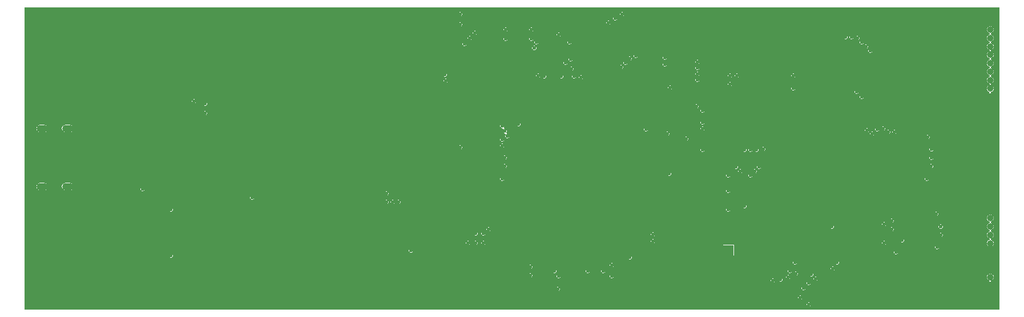
<source format=gbr>
%TF.GenerationSoftware,Altium Limited,Altium Designer,25.8.1 (18)*%
G04 Layer_Physical_Order=3*
G04 Layer_Color=16440176*
%FSLAX45Y45*%
%MOMM*%
%TF.SameCoordinates,7B3F40D8-49BE-4A82-B445-1243D3C56F15*%
%TF.FilePolarity,Positive*%
%TF.FileFunction,Copper,L3,Inr,Signal*%
%TF.Part,Single*%
G01*
G75*
%TA.AperFunction,ComponentPad*%
%ADD69C,1.00000*%
%ADD70C,1.54060*%
%ADD71R,1.54060X1.54060*%
%ADD72R,1.00000X1.00000*%
G04:AMPARAMS|DCode=73|XSize=1.1mm|YSize=1.7mm|CornerRadius=0.55mm|HoleSize=0mm|Usage=FLASHONLY|Rotation=270.000|XOffset=0mm|YOffset=0mm|HoleType=Round|Shape=RoundedRectangle|*
%AMROUNDEDRECTD73*
21,1,1.10000,0.60000,0,0,270.0*
21,1,0.00000,1.70000,0,0,270.0*
1,1,1.10000,-0.30000,0.00000*
1,1,1.10000,-0.30000,0.00000*
1,1,1.10000,0.30000,0.00000*
1,1,1.10000,0.30000,0.00000*
%
%ADD73ROUNDEDRECTD73*%
%TA.AperFunction,ViaPad*%
%ADD74C,0.60000*%
%ADD75C,0.50000*%
G36*
X17399001Y5702300D02*
X2933700D01*
Y10198100D01*
X17399001D01*
Y5702300D01*
D02*
G37*
%LPC*%
G36*
X11804368Y10127008D02*
X11792232D01*
X11781019Y10122363D01*
X11772437Y10113781D01*
X11767792Y10102568D01*
Y10090432D01*
X11772437Y10079219D01*
X11781019Y10070637D01*
X11792232Y10065992D01*
X11804368D01*
X11815581Y10070637D01*
X11824163Y10079219D01*
X11828808Y10090432D01*
Y10102568D01*
X11824163Y10113781D01*
X11815581Y10122363D01*
X11804368Y10127008D01*
D02*
G37*
G36*
X9404068D02*
X9391932D01*
X9380719Y10122363D01*
X9372137Y10113781D01*
X9367492Y10102568D01*
Y10090432D01*
X9372137Y10079219D01*
X9380719Y10070637D01*
X9391932Y10065992D01*
X9404068D01*
X9415281Y10070637D01*
X9423863Y10079219D01*
X9428508Y10090432D01*
Y10102568D01*
X9423863Y10113781D01*
X9415281Y10122363D01*
X9404068Y10127008D01*
D02*
G37*
G36*
X11702768Y10063508D02*
X11690632D01*
X11679419Y10058863D01*
X11670837Y10050281D01*
X11666192Y10039068D01*
Y10026932D01*
X11670837Y10015719D01*
X11679419Y10007137D01*
X11690632Y10002492D01*
X11702768D01*
X11713981Y10007137D01*
X11722563Y10015719D01*
X11727208Y10026932D01*
Y10039068D01*
X11722563Y10050281D01*
X11713981Y10058863D01*
X11702768Y10063508D01*
D02*
G37*
G36*
X11601168Y10000008D02*
X11589032D01*
X11577819Y9995363D01*
X11569237Y9986781D01*
X11564592Y9975568D01*
Y9963432D01*
X11569237Y9952219D01*
X11577819Y9943637D01*
X11589032Y9938992D01*
X11601168D01*
X11612381Y9943637D01*
X11620963Y9952219D01*
X11625608Y9963432D01*
Y9975568D01*
X11620963Y9986781D01*
X11612381Y9995363D01*
X11601168Y10000008D01*
D02*
G37*
G36*
X9404068Y9974608D02*
X9391932D01*
X9380719Y9969963D01*
X9372137Y9961381D01*
X9367492Y9950168D01*
Y9938032D01*
X9372137Y9926819D01*
X9380719Y9918237D01*
X9391932Y9913592D01*
X9404068D01*
X9415281Y9918237D01*
X9423863Y9926819D01*
X9428508Y9938032D01*
Y9950168D01*
X9423863Y9961381D01*
X9415281Y9969963D01*
X9404068Y9974608D01*
D02*
G37*
G36*
X10458168Y9898408D02*
X10446032D01*
X10434819Y9893763D01*
X10426237Y9885181D01*
X10421592Y9873968D01*
Y9861832D01*
X10426237Y9850619D01*
X10434819Y9842037D01*
X10446032Y9837392D01*
X10458168D01*
X10469381Y9842037D01*
X10477963Y9850619D01*
X10482608Y9861832D01*
Y9873968D01*
X10477963Y9885181D01*
X10469381Y9893763D01*
X10458168Y9898408D01*
D02*
G37*
G36*
X10077168D02*
X10065032D01*
X10053819Y9893763D01*
X10045237Y9885181D01*
X10040592Y9873968D01*
Y9861832D01*
X10045237Y9850619D01*
X10053819Y9842037D01*
X10065032Y9837392D01*
X10077168D01*
X10088381Y9842037D01*
X10096963Y9850619D01*
X10101608Y9861832D01*
Y9873968D01*
X10096963Y9885181D01*
X10088381Y9893763D01*
X10077168Y9898408D01*
D02*
G37*
G36*
X9619968Y9847608D02*
X9607832D01*
X9596619Y9842963D01*
X9588037Y9834381D01*
X9583392Y9823168D01*
Y9811032D01*
X9588037Y9799819D01*
X9596619Y9791237D01*
X9607832Y9786592D01*
X9619968D01*
X9631181Y9791237D01*
X9639763Y9799819D01*
X9644408Y9811032D01*
Y9823168D01*
X9639763Y9834381D01*
X9631181Y9842963D01*
X9619968Y9847608D01*
D02*
G37*
G36*
X10864568Y9822208D02*
X10852432D01*
X10841219Y9817563D01*
X10832637Y9808981D01*
X10827992Y9797768D01*
Y9785632D01*
X10832637Y9774419D01*
X10841219Y9765837D01*
X10852432Y9761192D01*
X10864568D01*
X10875781Y9765837D01*
X10884363Y9774419D01*
X10889008Y9785632D01*
Y9797768D01*
X10884363Y9808981D01*
X10875781Y9817563D01*
X10864568Y9822208D01*
D02*
G37*
G36*
X15207968Y9784108D02*
X15195831D01*
X15184619Y9779463D01*
X15176038Y9770881D01*
X15171391Y9759668D01*
Y9747532D01*
X15176038Y9736319D01*
X15184619Y9727737D01*
X15195831Y9723092D01*
X15207968D01*
X15219180Y9727737D01*
X15227763Y9736319D01*
X15232408Y9747532D01*
Y9759668D01*
X15227763Y9770881D01*
X15219180Y9779463D01*
X15207968Y9784108D01*
D02*
G37*
G36*
X15119067D02*
X15106932D01*
X15095718Y9779463D01*
X15087137Y9770881D01*
X15082492Y9759668D01*
Y9747532D01*
X15087137Y9736319D01*
X15095718Y9727737D01*
X15106932Y9723092D01*
X15119067D01*
X15130281Y9727737D01*
X15138863Y9736319D01*
X15143507Y9747532D01*
Y9759668D01*
X15138863Y9770881D01*
X15130281Y9779463D01*
X15119067Y9784108D01*
D02*
G37*
G36*
X15296867Y9771408D02*
X15284732D01*
X15273518Y9766763D01*
X15264937Y9758181D01*
X15260292Y9746968D01*
Y9734832D01*
X15264937Y9723619D01*
X15273518Y9715037D01*
X15284732Y9710392D01*
X15296867D01*
X15308081Y9715037D01*
X15316663Y9723619D01*
X15321307Y9734832D01*
Y9746968D01*
X15316663Y9758181D01*
X15308081Y9766763D01*
X15296867Y9771408D01*
D02*
G37*
G36*
X9543768D02*
X9531632D01*
X9520419Y9766763D01*
X9511837Y9758181D01*
X9507192Y9746968D01*
Y9734832D01*
X9511837Y9723619D01*
X9520419Y9715037D01*
X9531632Y9710392D01*
X9543768D01*
X9554981Y9715037D01*
X9563563Y9723619D01*
X9568208Y9734832D01*
Y9746968D01*
X9563563Y9758181D01*
X9554981Y9766763D01*
X9543768Y9771408D01*
D02*
G37*
G36*
X10458168Y9758708D02*
X10446032D01*
X10434819Y9754063D01*
X10426237Y9745481D01*
X10421592Y9734268D01*
Y9722132D01*
X10426237Y9710919D01*
X10434819Y9702337D01*
X10446032Y9697692D01*
X10458168D01*
X10469381Y9702337D01*
X10477963Y9710919D01*
X10482608Y9722132D01*
Y9734268D01*
X10477963Y9745481D01*
X10469381Y9754063D01*
X10458168Y9758708D01*
D02*
G37*
G36*
X10077168D02*
X10065032D01*
X10053819Y9754063D01*
X10045237Y9745481D01*
X10040592Y9734268D01*
Y9722132D01*
X10045237Y9710919D01*
X10053819Y9702337D01*
X10065032Y9697692D01*
X10077168D01*
X10088381Y9702337D01*
X10096963Y9710919D01*
X10101608Y9722132D01*
Y9734268D01*
X10096963Y9745481D01*
X10088381Y9754063D01*
X10077168Y9758708D01*
D02*
G37*
G36*
X15360368Y9707908D02*
X15348232D01*
X15337019Y9703263D01*
X15328436Y9694681D01*
X15323792Y9683468D01*
Y9671332D01*
X15328436Y9660119D01*
X15337019Y9651537D01*
X15348232Y9646892D01*
X15360368D01*
X15371581Y9651537D01*
X15380164Y9660119D01*
X15384808Y9671332D01*
Y9683468D01*
X15380164Y9694681D01*
X15371581Y9703263D01*
X15360368Y9707908D01*
D02*
G37*
G36*
X11025768D02*
X11013631D01*
X11002418Y9703263D01*
X10993836Y9694681D01*
X10989192Y9683468D01*
Y9671332D01*
X10993836Y9660119D01*
X11002418Y9651537D01*
X11013631Y9646892D01*
X11025768D01*
X11036981Y9651537D01*
X11045563Y9660119D01*
X11050208Y9671332D01*
Y9683468D01*
X11045563Y9694681D01*
X11036981Y9703263D01*
X11025768Y9707908D01*
D02*
G37*
G36*
X10534368D02*
X10522232D01*
X10511019Y9703263D01*
X10502437Y9694681D01*
X10497792Y9683468D01*
Y9671332D01*
X10502437Y9660119D01*
X10511019Y9651537D01*
X10522232Y9646892D01*
X10534368D01*
X10545581Y9651537D01*
X10554163Y9660119D01*
X10558808Y9671332D01*
Y9683468D01*
X10554163Y9694681D01*
X10545581Y9703263D01*
X10534368Y9707908D01*
D02*
G37*
G36*
X9467568Y9682508D02*
X9455432D01*
X9444219Y9677863D01*
X9435637Y9669281D01*
X9430992Y9658068D01*
Y9645932D01*
X9435637Y9634719D01*
X9444219Y9626137D01*
X9455432Y9621492D01*
X9467568D01*
X9478781Y9626137D01*
X9487363Y9634719D01*
X9492008Y9645932D01*
Y9658068D01*
X9487363Y9669281D01*
X9478781Y9677863D01*
X9467568Y9682508D01*
D02*
G37*
G36*
X15423868Y9644408D02*
X15411732D01*
X15400519Y9639763D01*
X15391937Y9631181D01*
X15387292Y9619968D01*
Y9607832D01*
X15391937Y9596619D01*
X15400519Y9588037D01*
X15411732Y9583392D01*
X15423868D01*
X15435081Y9588037D01*
X15443663Y9596619D01*
X15448308Y9607832D01*
Y9619968D01*
X15443663Y9631181D01*
X15435081Y9639763D01*
X15423868Y9644408D01*
D02*
G37*
G36*
X10502463Y9625202D02*
X10490326D01*
X10479113Y9620558D01*
X10470531Y9611976D01*
X10465887Y9600763D01*
Y9588626D01*
X10470531Y9577413D01*
X10479113Y9568831D01*
X10490326Y9564187D01*
X10502463D01*
X10513676Y9568831D01*
X10522258Y9577413D01*
X10526902Y9588626D01*
Y9600763D01*
X10522258Y9611976D01*
X10513676Y9620558D01*
X10502463Y9625202D01*
D02*
G37*
G36*
X15487367Y9580908D02*
X15475232D01*
X15464018Y9576263D01*
X15455437Y9567681D01*
X15450792Y9556468D01*
Y9544332D01*
X15455437Y9533119D01*
X15464018Y9524537D01*
X15475232Y9519892D01*
X15487367D01*
X15498581Y9524537D01*
X15507162Y9533119D01*
X15511807Y9544332D01*
Y9556468D01*
X15507162Y9567681D01*
X15498581Y9576263D01*
X15487367Y9580908D01*
D02*
G37*
G36*
X12007568Y9504708D02*
X11995432D01*
X11984219Y9500063D01*
X11975637Y9491481D01*
X11970992Y9480268D01*
Y9468132D01*
X11975637Y9456919D01*
X11984219Y9448337D01*
X11995432Y9443692D01*
X12007568D01*
X12018781Y9448337D01*
X12027363Y9456919D01*
X12032008Y9468132D01*
Y9480268D01*
X12027363Y9491481D01*
X12018781Y9500063D01*
X12007568Y9504708D01*
D02*
G37*
G36*
X12439368Y9479308D02*
X12427232D01*
X12416019Y9474663D01*
X12407437Y9466081D01*
X12402792Y9454868D01*
Y9442732D01*
X12407437Y9431519D01*
X12416019Y9422937D01*
X12427232Y9418292D01*
X12439368D01*
X12450581Y9422937D01*
X12459163Y9431519D01*
X12463808Y9442732D01*
Y9454868D01*
X12459163Y9466081D01*
X12450581Y9474663D01*
X12439368Y9479308D01*
D02*
G37*
G36*
X11918620Y9466520D02*
X11906484D01*
X11895271Y9461875D01*
X11886689Y9453293D01*
X11882044Y9442080D01*
Y9429944D01*
X11886689Y9418730D01*
X11895271Y9410149D01*
X11906484Y9405504D01*
X11918620D01*
X11929833Y9410149D01*
X11938415Y9418730D01*
X11943060Y9429944D01*
Y9442080D01*
X11938415Y9453293D01*
X11929833Y9461875D01*
X11918620Y9466520D01*
D02*
G37*
G36*
X11042368Y9453908D02*
X11030232D01*
X11019019Y9449263D01*
X11010437Y9440681D01*
X11005792Y9429468D01*
Y9417332D01*
X11010437Y9406119D01*
X11019019Y9397537D01*
X11030232Y9392892D01*
X11042368D01*
X11053581Y9397537D01*
X11062163Y9406119D01*
X11066808Y9417332D01*
Y9429468D01*
X11062163Y9440681D01*
X11053581Y9449263D01*
X11042368Y9453908D01*
D02*
G37*
G36*
X12921968Y9415808D02*
X12909831D01*
X12898619Y9411163D01*
X12890038Y9402581D01*
X12885393Y9391368D01*
Y9379232D01*
X12890038Y9368019D01*
X12898619Y9359437D01*
X12909831Y9354792D01*
X12921968D01*
X12933182Y9359437D01*
X12941763Y9368019D01*
X12946408Y9379232D01*
Y9391368D01*
X12941763Y9402581D01*
X12933182Y9411163D01*
X12921968Y9415808D01*
D02*
G37*
G36*
X11855168Y9403108D02*
X11843032D01*
X11831819Y9398463D01*
X11823237Y9389881D01*
X11818592Y9378668D01*
Y9366532D01*
X11823237Y9355319D01*
X11831819Y9346737D01*
X11843032Y9342092D01*
X11855168D01*
X11866381Y9346737D01*
X11874963Y9355319D01*
X11879608Y9366532D01*
Y9378668D01*
X11874963Y9389881D01*
X11866381Y9398463D01*
X11855168Y9403108D01*
D02*
G37*
G36*
X10966168D02*
X10954032D01*
X10942819Y9398463D01*
X10934237Y9389881D01*
X10929592Y9378668D01*
Y9366532D01*
X10934237Y9355319D01*
X10942819Y9346737D01*
X10954032Y9342092D01*
X10966168D01*
X10977381Y9346737D01*
X10985963Y9355319D01*
X10990608Y9366532D01*
Y9378668D01*
X10985963Y9389881D01*
X10977381Y9398463D01*
X10966168Y9403108D01*
D02*
G37*
G36*
X12439368Y9377708D02*
X12427232D01*
X12416019Y9373063D01*
X12407437Y9364481D01*
X12402792Y9353268D01*
Y9341132D01*
X12407437Y9329919D01*
X12416019Y9321337D01*
X12427232Y9316692D01*
X12439368D01*
X12450581Y9321337D01*
X12459163Y9329919D01*
X12463808Y9341132D01*
Y9353268D01*
X12459163Y9364481D01*
X12450581Y9373063D01*
X12439368Y9377708D01*
D02*
G37*
G36*
X11791668Y9339608D02*
X11779532D01*
X11768319Y9334963D01*
X11759737Y9326381D01*
X11755092Y9315168D01*
Y9303032D01*
X11759737Y9291819D01*
X11768319Y9283237D01*
X11779532Y9278592D01*
X11791668D01*
X11802881Y9283237D01*
X11811463Y9291819D01*
X11816108Y9303032D01*
Y9315168D01*
X11811463Y9326381D01*
X11802881Y9334963D01*
X11791668Y9339608D01*
D02*
G37*
G36*
X12921968Y9326908D02*
X12909831D01*
X12898619Y9322263D01*
X12890038Y9313681D01*
X12885393Y9302468D01*
Y9290332D01*
X12890038Y9279119D01*
X12898619Y9270537D01*
X12909831Y9265892D01*
X12921968D01*
X12933182Y9270537D01*
X12941763Y9279119D01*
X12946408Y9290332D01*
Y9302468D01*
X12941763Y9313681D01*
X12933182Y9322263D01*
X12921968Y9326908D01*
D02*
G37*
G36*
X11055068Y9314208D02*
X11042932D01*
X11031719Y9309563D01*
X11023137Y9300981D01*
X11018492Y9289768D01*
Y9277632D01*
X11023137Y9266419D01*
X11031719Y9257837D01*
X11042932Y9253192D01*
X11055068D01*
X11066281Y9257837D01*
X11074863Y9266419D01*
X11079508Y9277632D01*
Y9289768D01*
X11074863Y9300981D01*
X11066281Y9309563D01*
X11055068Y9314208D01*
D02*
G37*
G36*
X12921968Y9238008D02*
X12909831D01*
X12898619Y9233363D01*
X12890038Y9224781D01*
X12885393Y9213568D01*
Y9201432D01*
X12890038Y9190219D01*
X12898619Y9181637D01*
X12909831Y9176992D01*
X12921968D01*
X12933182Y9181637D01*
X12941763Y9190219D01*
X12946408Y9201432D01*
Y9213568D01*
X12941763Y9224781D01*
X12933182Y9233363D01*
X12921968Y9238008D01*
D02*
G37*
G36*
X9175468Y9225308D02*
X9163332D01*
X9152119Y9220663D01*
X9143537Y9212081D01*
X9138892Y9200868D01*
Y9188732D01*
X9143537Y9177519D01*
X9152119Y9168937D01*
X9163332Y9164292D01*
X9175468D01*
X9186681Y9168937D01*
X9195263Y9177519D01*
X9199908Y9188732D01*
Y9200868D01*
X9195263Y9212081D01*
X9186681Y9220663D01*
X9175468Y9225308D01*
D02*
G37*
G36*
X14344368Y9212608D02*
X14332233D01*
X14321019Y9207963D01*
X14312437Y9199381D01*
X14307793Y9188168D01*
Y9176032D01*
X14312437Y9164819D01*
X14321019Y9156237D01*
X14332233Y9151592D01*
X14344368D01*
X14355582Y9156237D01*
X14364163Y9164819D01*
X14368808Y9176032D01*
Y9188168D01*
X14364163Y9199381D01*
X14355582Y9207963D01*
X14344368Y9212608D01*
D02*
G37*
G36*
X13506168D02*
X13494032D01*
X13482819Y9207963D01*
X13474237Y9199381D01*
X13469592Y9188168D01*
Y9176032D01*
X13474237Y9164819D01*
X13482819Y9156237D01*
X13494032Y9151592D01*
X13506168D01*
X13517381Y9156237D01*
X13525963Y9164819D01*
X13530608Y9176032D01*
Y9188168D01*
X13525963Y9199381D01*
X13517381Y9207963D01*
X13506168Y9212608D01*
D02*
G37*
G36*
X13404568D02*
X13392432D01*
X13381219Y9207963D01*
X13372636Y9199381D01*
X13367992Y9188168D01*
Y9176032D01*
X13372636Y9164819D01*
X13381219Y9156237D01*
X13392432Y9151592D01*
X13404568D01*
X13415781Y9156237D01*
X13424364Y9164819D01*
X13429008Y9176032D01*
Y9188168D01*
X13424364Y9199381D01*
X13415781Y9207963D01*
X13404568Y9212608D01*
D02*
G37*
G36*
X10559768D02*
X10547632D01*
X10536419Y9207963D01*
X10527837Y9199381D01*
X10523192Y9188168D01*
Y9176032D01*
X10527837Y9164819D01*
X10536419Y9156237D01*
X10547632Y9151592D01*
X10559768D01*
X10570981Y9156237D01*
X10579563Y9164819D01*
X10584208Y9176032D01*
Y9188168D01*
X10579563Y9199381D01*
X10570981Y9207963D01*
X10559768Y9212608D01*
D02*
G37*
G36*
X11093168Y9199908D02*
X11081032D01*
X11069819Y9195263D01*
X11061237Y9186681D01*
X11056592Y9175468D01*
Y9163332D01*
X11061237Y9152119D01*
X11069819Y9143537D01*
X11081032Y9138892D01*
X11093168D01*
X11104381Y9143537D01*
X11112963Y9152119D01*
X11117608Y9163332D01*
Y9175468D01*
X11112963Y9186681D01*
X11104381Y9195263D01*
X11093168Y9199908D01*
D02*
G37*
G36*
X10902668D02*
X10890532D01*
X10879319Y9195263D01*
X10870737Y9186681D01*
X10866092Y9175468D01*
Y9163332D01*
X10870737Y9152119D01*
X10879319Y9143537D01*
X10890532Y9138892D01*
X10902668D01*
X10913881Y9143537D01*
X10922463Y9152119D01*
X10927108Y9163332D01*
Y9175468D01*
X10922463Y9186681D01*
X10913881Y9195263D01*
X10902668Y9199908D01*
D02*
G37*
G36*
X10648668D02*
X10636532D01*
X10625319Y9195263D01*
X10616737Y9186681D01*
X10612092Y9175468D01*
Y9163332D01*
X10616737Y9152119D01*
X10625319Y9143537D01*
X10636532Y9138892D01*
X10648668D01*
X10659881Y9143537D01*
X10668463Y9152119D01*
X10673108Y9163332D01*
Y9175468D01*
X10668463Y9186681D01*
X10659881Y9195263D01*
X10648668Y9199908D01*
D02*
G37*
G36*
X11194768Y9187208D02*
X11182632D01*
X11171419Y9182563D01*
X11162837Y9173981D01*
X11158192Y9162768D01*
Y9150632D01*
X11162837Y9139419D01*
X11171419Y9130837D01*
X11182632Y9126192D01*
X11194768D01*
X11205981Y9130837D01*
X11214563Y9139419D01*
X11219208Y9150632D01*
Y9162768D01*
X11214563Y9173981D01*
X11205981Y9182563D01*
X11194768Y9187208D01*
D02*
G37*
G36*
X12921968Y9149108D02*
X12909831D01*
X12898619Y9144463D01*
X12890038Y9135881D01*
X12885393Y9124668D01*
Y9112532D01*
X12890038Y9101319D01*
X12898619Y9092737D01*
X12909831Y9088092D01*
X12921968D01*
X12933182Y9092737D01*
X12941763Y9101319D01*
X12946408Y9112532D01*
Y9124668D01*
X12941763Y9135881D01*
X12933182Y9144463D01*
X12921968Y9149108D01*
D02*
G37*
G36*
X9188168Y9136408D02*
X9176032D01*
X9164819Y9131763D01*
X9156237Y9123181D01*
X9151592Y9111968D01*
Y9099832D01*
X9156237Y9088619D01*
X9164819Y9080037D01*
X9176032Y9075392D01*
X9188168D01*
X9199381Y9080037D01*
X9207963Y9088619D01*
X9212608Y9099832D01*
Y9111968D01*
X9207963Y9123181D01*
X9199381Y9131763D01*
X9188168Y9136408D01*
D02*
G37*
G36*
X13404568Y9085608D02*
X13392432D01*
X13381219Y9080963D01*
X13372636Y9072381D01*
X13367992Y9061168D01*
Y9049032D01*
X13372636Y9037819D01*
X13381219Y9029237D01*
X13392432Y9024592D01*
X13404568D01*
X13415781Y9029237D01*
X13424364Y9037819D01*
X13429008Y9049032D01*
Y9061168D01*
X13424364Y9072381D01*
X13415781Y9080963D01*
X13404568Y9085608D01*
D02*
G37*
G36*
X12515568Y9034808D02*
X12503432D01*
X12492219Y9030163D01*
X12483637Y9021581D01*
X12478992Y9010368D01*
Y8998232D01*
X12483637Y8987019D01*
X12492219Y8978437D01*
X12503432Y8973792D01*
X12515568D01*
X12526781Y8978437D01*
X12535363Y8987019D01*
X12540008Y8998232D01*
Y9010368D01*
X12535363Y9021581D01*
X12526781Y9030163D01*
X12515568Y9034808D01*
D02*
G37*
G36*
X14344368Y9022108D02*
X14332233D01*
X14321019Y9017463D01*
X14312437Y9008881D01*
X14307793Y8997668D01*
Y8985532D01*
X14312437Y8974319D01*
X14321019Y8965737D01*
X14332233Y8961092D01*
X14344368D01*
X14355582Y8965737D01*
X14364163Y8974319D01*
X14368808Y8985532D01*
Y8997668D01*
X14364163Y9008881D01*
X14355582Y9017463D01*
X14344368Y9022108D01*
D02*
G37*
G36*
X15284167Y8971308D02*
X15272032D01*
X15260818Y8966663D01*
X15252237Y8958081D01*
X15247592Y8946868D01*
Y8934732D01*
X15252237Y8923519D01*
X15260818Y8914937D01*
X15272032Y8910292D01*
X15284167D01*
X15295381Y8914937D01*
X15303963Y8923519D01*
X15308607Y8934732D01*
Y8946868D01*
X15303963Y8958081D01*
X15295381Y8966663D01*
X15284167Y8971308D01*
D02*
G37*
G36*
X15360368Y8895108D02*
X15348232D01*
X15337019Y8890463D01*
X15328436Y8881881D01*
X15323792Y8870668D01*
Y8858532D01*
X15328436Y8847319D01*
X15337019Y8838737D01*
X15348232Y8834092D01*
X15360368D01*
X15371581Y8838737D01*
X15380164Y8847319D01*
X15384808Y8858532D01*
Y8870668D01*
X15380164Y8881881D01*
X15371581Y8890463D01*
X15360368Y8895108D01*
D02*
G37*
G36*
X17269347Y9915108D02*
X17249252D01*
X17230688Y9907419D01*
X17216481Y9893211D01*
X17208792Y9874647D01*
Y9854553D01*
X17216481Y9835989D01*
X17230688Y9821781D01*
X17244724Y9815968D01*
X17249252Y9814092D01*
Y9790108D01*
X17244724Y9788232D01*
X17230688Y9782418D01*
X17216481Y9768210D01*
X17208792Y9749646D01*
Y9729553D01*
X17216481Y9710989D01*
X17230688Y9696781D01*
X17244724Y9690968D01*
X17249252Y9689092D01*
Y9665108D01*
X17244724Y9663232D01*
X17230688Y9657419D01*
X17216481Y9643211D01*
X17208792Y9624647D01*
Y9604553D01*
X17216481Y9585989D01*
X17230688Y9571781D01*
X17244724Y9565968D01*
X17249252Y9564092D01*
Y9540108D01*
X17244724Y9538232D01*
X17230688Y9532419D01*
X17216481Y9518211D01*
X17208792Y9499647D01*
Y9479553D01*
X17216481Y9460989D01*
X17230688Y9446781D01*
X17244724Y9440968D01*
X17249252Y9439092D01*
X17249252Y9415108D01*
X17244724Y9413232D01*
X17230690Y9407419D01*
X17216483Y9393211D01*
X17208792Y9374647D01*
Y9354553D01*
X17216483Y9335989D01*
X17230690Y9321781D01*
X17244724Y9315968D01*
X17249252Y9314092D01*
X17249252Y9290108D01*
X17244724Y9288232D01*
X17230688Y9282419D01*
X17216481Y9268211D01*
X17208792Y9249647D01*
Y9229553D01*
X17216481Y9210989D01*
X17230688Y9196781D01*
X17244724Y9190968D01*
X17249252Y9189092D01*
Y9165108D01*
X17244724Y9163232D01*
X17230688Y9157419D01*
X17216481Y9143211D01*
X17208792Y9124647D01*
Y9104553D01*
X17216481Y9085989D01*
X17230688Y9071781D01*
X17244724Y9065968D01*
X17249252Y9064092D01*
Y9040108D01*
X17244724Y9038232D01*
X17230688Y9032419D01*
X17216481Y9018211D01*
X17208792Y8999647D01*
Y8979554D01*
X17216481Y8960990D01*
X17230688Y8946782D01*
X17245517Y8940640D01*
X17249252Y8939092D01*
X17246471Y8919573D01*
X17246472D01*
X17246471Y8919572D01*
X17222920Y8915108D01*
X17208792D01*
Y8814092D01*
X17309808D01*
Y8915108D01*
X17295680D01*
X17272128Y8919572D01*
X17272128Y8919573D01*
X17272128D01*
X17269347Y8939092D01*
X17273083Y8940640D01*
X17287910Y8946782D01*
X17302119Y8960990D01*
X17309808Y8979554D01*
Y8999647D01*
X17302119Y9018211D01*
X17287910Y9032419D01*
X17273875Y9038232D01*
X17269347Y9040108D01*
Y9064092D01*
X17273875Y9065968D01*
X17287910Y9071781D01*
X17302119Y9085989D01*
X17309808Y9104553D01*
Y9124647D01*
X17302119Y9143211D01*
X17287910Y9157419D01*
X17273875Y9163232D01*
X17269347Y9165108D01*
Y9189092D01*
X17273875Y9190968D01*
X17287910Y9196781D01*
X17302119Y9210989D01*
X17309808Y9229553D01*
Y9249647D01*
X17302119Y9268211D01*
X17287910Y9282419D01*
X17273875Y9288232D01*
X17269347Y9290108D01*
X17269347Y9314092D01*
X17273875Y9315968D01*
X17287910Y9321781D01*
X17302119Y9335989D01*
X17309808Y9354553D01*
Y9374647D01*
X17302119Y9393211D01*
X17287910Y9407419D01*
X17273875Y9413232D01*
X17269347Y9415108D01*
X17269347Y9439092D01*
X17273875Y9440968D01*
X17287910Y9446781D01*
X17302119Y9460989D01*
X17309808Y9479553D01*
Y9499647D01*
X17302119Y9518211D01*
X17287910Y9532419D01*
X17273875Y9538232D01*
X17269347Y9540108D01*
Y9564092D01*
X17273875Y9565968D01*
X17287910Y9571781D01*
X17302119Y9585989D01*
X17309808Y9604553D01*
Y9624647D01*
X17302119Y9643211D01*
X17287910Y9657419D01*
X17273875Y9663232D01*
X17269347Y9665108D01*
Y9689092D01*
X17273875Y9690968D01*
X17287910Y9696781D01*
X17302119Y9710989D01*
X17309808Y9729553D01*
Y9749646D01*
X17302119Y9768210D01*
X17287910Y9782418D01*
X17273875Y9788232D01*
X17269347Y9790108D01*
Y9814092D01*
X17273875Y9815968D01*
X17287910Y9821781D01*
X17302119Y9835989D01*
X17309808Y9854553D01*
Y9874647D01*
X17302119Y9893211D01*
X17287910Y9907419D01*
X17269347Y9915108D01*
D02*
G37*
G36*
X5454368Y8831608D02*
X5442232D01*
X5431019Y8826963D01*
X5422437Y8818381D01*
X5417792Y8807168D01*
Y8795032D01*
X5422437Y8783819D01*
X5431019Y8775237D01*
X5442232Y8770592D01*
X5454368D01*
X5465581Y8775237D01*
X5474163Y8783819D01*
X5478808Y8795032D01*
Y8807168D01*
X5474163Y8818381D01*
X5465581Y8826963D01*
X5454368Y8831608D01*
D02*
G37*
G36*
X3104308Y8850608D02*
X3003292D01*
Y8749592D01*
X3104308D01*
Y8850608D01*
D02*
G37*
G36*
X5619468Y8793508D02*
X5607332D01*
X5596119Y8788863D01*
X5587537Y8780281D01*
X5582892Y8769068D01*
Y8756932D01*
X5587537Y8745719D01*
X5596119Y8737137D01*
X5607332Y8732492D01*
X5619468D01*
X5630681Y8737137D01*
X5639263Y8745719D01*
X5643908Y8756932D01*
Y8769068D01*
X5639263Y8780281D01*
X5630681Y8788863D01*
X5619468Y8793508D01*
D02*
G37*
G36*
X12909268Y8755408D02*
X12897131D01*
X12885919Y8750763D01*
X12877338Y8742181D01*
X12872691Y8730968D01*
Y8718832D01*
X12877338Y8707619D01*
X12885919Y8699037D01*
X12897131Y8694392D01*
X12909268D01*
X12920480Y8699037D01*
X12929063Y8707619D01*
X12933708Y8718832D01*
Y8730968D01*
X12929063Y8742181D01*
X12920480Y8750763D01*
X12909268Y8755408D01*
D02*
G37*
G36*
X12998167Y8691908D02*
X12986032D01*
X12974818Y8687263D01*
X12966237Y8678681D01*
X12961592Y8667468D01*
Y8655332D01*
X12966237Y8644119D01*
X12974818Y8635537D01*
X12986032Y8630892D01*
X12998167D01*
X13009381Y8635537D01*
X13017963Y8644119D01*
X13022607Y8655332D01*
Y8667468D01*
X13017963Y8678681D01*
X13009381Y8687263D01*
X12998167Y8691908D01*
D02*
G37*
G36*
X5619468Y8653808D02*
X5607332D01*
X5596119Y8649163D01*
X5587537Y8640581D01*
X5582892Y8629368D01*
Y8617232D01*
X5587537Y8606019D01*
X5596119Y8597437D01*
X5607332Y8592792D01*
X5619468D01*
X5630681Y8597437D01*
X5639263Y8606019D01*
X5643908Y8617232D01*
Y8629368D01*
X5639263Y8640581D01*
X5630681Y8649163D01*
X5619468Y8653808D01*
D02*
G37*
G36*
X12998167Y8514108D02*
X12986032D01*
X12974818Y8509463D01*
X12966237Y8500881D01*
X12961592Y8489668D01*
Y8477532D01*
X12966237Y8466319D01*
X12974818Y8457737D01*
X12986032Y8453092D01*
X12998167D01*
X13009381Y8457737D01*
X13017963Y8466319D01*
X13022607Y8477532D01*
Y8489668D01*
X13017963Y8500881D01*
X13009381Y8509463D01*
X12998167Y8514108D01*
D02*
G37*
G36*
X10267668Y8488708D02*
X10255532D01*
X10244319Y8484063D01*
X10235737Y8475481D01*
X10231092Y8464268D01*
Y8452132D01*
X10235737Y8440919D01*
X10244319Y8432337D01*
X10255532Y8427692D01*
X10267668D01*
X10278881Y8432337D01*
X10287463Y8440919D01*
X10292108Y8452132D01*
Y8464268D01*
X10287463Y8475481D01*
X10278881Y8484063D01*
X10267668Y8488708D01*
D02*
G37*
G36*
X15677869Y8425208D02*
X15665732D01*
X15654520Y8420563D01*
X15645937Y8411981D01*
X15641292Y8400768D01*
Y8388632D01*
X15645937Y8377419D01*
X15654520Y8368837D01*
X15665732Y8364192D01*
X15677869D01*
X15689081Y8368837D01*
X15697662Y8377419D01*
X15702309Y8388632D01*
Y8400768D01*
X15697662Y8411981D01*
X15689081Y8420563D01*
X15677869Y8425208D01*
D02*
G37*
G36*
X12998167D02*
X12986032D01*
X12974818Y8420563D01*
X12966237Y8411981D01*
X12961592Y8400768D01*
Y8388632D01*
X12966237Y8377419D01*
X12974818Y8368837D01*
X12986032Y8364192D01*
X12998167D01*
X13009381Y8368837D01*
X13017963Y8377419D01*
X13022607Y8388632D01*
Y8400768D01*
X13017963Y8411981D01*
X13009381Y8420563D01*
X12998167Y8425208D01*
D02*
G37*
G36*
X15588968Y8412508D02*
X15576833D01*
X15565619Y8407863D01*
X15557037Y8399281D01*
X15552393Y8388068D01*
Y8375932D01*
X15557037Y8364719D01*
X15565619Y8356137D01*
X15576833Y8351492D01*
X15588968D01*
X15600182Y8356137D01*
X15608763Y8364719D01*
X15613408Y8375932D01*
Y8388068D01*
X15608763Y8399281D01*
X15600182Y8407863D01*
X15588968Y8412508D01*
D02*
G37*
G36*
X12159968D02*
X12147832D01*
X12136619Y8407863D01*
X12128037Y8399281D01*
X12123392Y8388068D01*
Y8375932D01*
X12128037Y8364719D01*
X12136619Y8356137D01*
X12147832Y8351492D01*
X12159968D01*
X12171181Y8356137D01*
X12179763Y8364719D01*
X12184408Y8375932D01*
Y8388068D01*
X12179763Y8399281D01*
X12171181Y8407863D01*
X12159968Y8412508D01*
D02*
G37*
G36*
X15436568Y8399808D02*
X15424432D01*
X15413219Y8395163D01*
X15404637Y8386581D01*
X15399992Y8375368D01*
Y8363232D01*
X15404637Y8352019D01*
X15413219Y8343437D01*
X15424432Y8338792D01*
X15436568D01*
X15447781Y8343437D01*
X15456363Y8352019D01*
X15461008Y8363232D01*
Y8375368D01*
X15456363Y8386581D01*
X15447781Y8395163D01*
X15436568Y8399808D01*
D02*
G37*
G36*
X3606600Y8451270D02*
X3546600D01*
X3524942Y8446962D01*
X3506581Y8434694D01*
X3494313Y8416333D01*
X3490005Y8394675D01*
X3494313Y8373017D01*
X3506581Y8354656D01*
X3524942Y8342387D01*
X3546600Y8338079D01*
X3606600D01*
X3628258Y8342387D01*
X3646619Y8354656D01*
X3658887Y8373017D01*
X3663195Y8394675D01*
X3658887Y8416333D01*
X3646619Y8434694D01*
X3628258Y8446962D01*
X3606600Y8451270D01*
D02*
G37*
G36*
X3226600D02*
X3166600D01*
X3144942Y8446962D01*
X3126581Y8434694D01*
X3114313Y8416333D01*
X3110005Y8394675D01*
X3114313Y8373017D01*
X3126581Y8354656D01*
X3144942Y8342387D01*
X3166600Y8338079D01*
X3226600D01*
X3248258Y8342387D01*
X3266619Y8354656D01*
X3278887Y8373017D01*
X3283195Y8394675D01*
X3278887Y8416333D01*
X3266619Y8434694D01*
X3248258Y8446962D01*
X3226600Y8451270D01*
D02*
G37*
G36*
X15842969Y8374408D02*
X15830832D01*
X15819620Y8369763D01*
X15811037Y8361181D01*
X15806392Y8349968D01*
Y8337832D01*
X15811037Y8326619D01*
X15819620Y8318037D01*
X15830832Y8313392D01*
X15842969D01*
X15854181Y8318037D01*
X15862762Y8326619D01*
X15867409Y8337832D01*
Y8349968D01*
X15862762Y8361181D01*
X15854181Y8369763D01*
X15842969Y8374408D01*
D02*
G37*
G36*
X15754068D02*
X15741933D01*
X15730719Y8369763D01*
X15722137Y8361181D01*
X15717493Y8349968D01*
Y8337832D01*
X15722137Y8326619D01*
X15730719Y8318037D01*
X15741933Y8313392D01*
X15754068D01*
X15765282Y8318037D01*
X15773863Y8326619D01*
X15778508Y8337832D01*
Y8349968D01*
X15773863Y8361181D01*
X15765282Y8369763D01*
X15754068Y8374408D01*
D02*
G37*
G36*
X15512769Y8349008D02*
X15500632D01*
X15489420Y8344363D01*
X15480836Y8335781D01*
X15476192Y8324568D01*
Y8312432D01*
X15480836Y8301219D01*
X15489420Y8292637D01*
X15500632Y8287992D01*
X15512769D01*
X15523981Y8292637D01*
X15532562Y8301219D01*
X15537209Y8312432D01*
Y8324568D01*
X15532562Y8335781D01*
X15523981Y8344363D01*
X15512769Y8349008D01*
D02*
G37*
G36*
X12477468D02*
X12465332D01*
X12454119Y8344363D01*
X12445537Y8335781D01*
X12440892Y8324568D01*
Y8312432D01*
X12445537Y8301219D01*
X12454119Y8292637D01*
X12465332Y8287992D01*
X12477468D01*
X12488681Y8292637D01*
X12497263Y8301219D01*
X12501908Y8312432D01*
Y8324568D01*
X12497263Y8335781D01*
X12488681Y8344363D01*
X12477468Y8349008D01*
D02*
G37*
G36*
X10026368Y8463308D02*
X10014232D01*
X10003019Y8458663D01*
X9994437Y8450081D01*
X9989792Y8438868D01*
Y8426732D01*
X9994437Y8415519D01*
X10003019Y8406937D01*
X10014232Y8402292D01*
X10022652Y8402292D01*
X10029023Y8392828D01*
X10033754Y8375963D01*
X10032536Y8373882D01*
X10031810Y8372126D01*
X10027892Y8362668D01*
Y8350532D01*
X10032537Y8339319D01*
X10041119Y8330737D01*
X10052332Y8326092D01*
X10060752Y8326092D01*
X10067123Y8316628D01*
X10071854Y8299763D01*
X10070636Y8297682D01*
X10069910Y8295926D01*
X10065992Y8286468D01*
Y8274332D01*
X10070637Y8263119D01*
X10079219Y8254537D01*
X10090432Y8249892D01*
X10102568D01*
X10113781Y8254537D01*
X10122363Y8263119D01*
X10127008Y8274332D01*
Y8286468D01*
X10122363Y8297681D01*
X10113781Y8306263D01*
X10102568Y8310908D01*
X10094148Y8310908D01*
X10087777Y8320372D01*
X10083046Y8337237D01*
X10084264Y8339318D01*
X10084990Y8341074D01*
X10088908Y8350532D01*
Y8362668D01*
X10084263Y8373881D01*
X10075681Y8382463D01*
X10064468Y8387108D01*
X10056048Y8387108D01*
X10049677Y8396572D01*
X10044946Y8413437D01*
X10046164Y8415518D01*
X10046890Y8417274D01*
X10050808Y8426732D01*
Y8438868D01*
X10046163Y8450081D01*
X10037581Y8458663D01*
X10026368Y8463308D01*
D02*
G37*
G36*
X16338268Y8298208D02*
X16326132D01*
X16314919Y8293563D01*
X16306337Y8284981D01*
X16301692Y8273768D01*
Y8261632D01*
X16306337Y8250419D01*
X16314919Y8241837D01*
X16326132Y8237192D01*
X16338268D01*
X16349481Y8241837D01*
X16358063Y8250419D01*
X16362708Y8261632D01*
Y8273768D01*
X16358063Y8284981D01*
X16349481Y8293563D01*
X16338268Y8298208D01*
D02*
G37*
G36*
X12756868Y8272808D02*
X12744732D01*
X12733519Y8268163D01*
X12724937Y8259581D01*
X12720292Y8248368D01*
Y8236232D01*
X12724937Y8225019D01*
X12733519Y8216437D01*
X12744732Y8211792D01*
X12756868D01*
X12768081Y8216437D01*
X12776663Y8225019D01*
X12781308Y8236232D01*
Y8248368D01*
X12776663Y8259581D01*
X12768081Y8268163D01*
X12756868Y8272808D01*
D02*
G37*
G36*
X10026368Y8260108D02*
X10014232D01*
X10003019Y8255463D01*
X9994437Y8246881D01*
X9989792Y8235668D01*
Y8223532D01*
X9994437Y8212319D01*
X10003019Y8203737D01*
X10014232Y8199092D01*
X10026368D01*
X10037581Y8203737D01*
X10046163Y8212319D01*
X10050808Y8223532D01*
Y8235668D01*
X10046163Y8246881D01*
X10037581Y8255463D01*
X10026368Y8260108D01*
D02*
G37*
G36*
Y8171208D02*
X10014232D01*
X10003019Y8166563D01*
X9994437Y8157981D01*
X9989792Y8146768D01*
Y8134632D01*
X9994437Y8123419D01*
X10003019Y8114837D01*
X10014232Y8110192D01*
X10026368D01*
X10037581Y8114837D01*
X10046163Y8123419D01*
X10050808Y8134632D01*
Y8146768D01*
X10046163Y8157981D01*
X10037581Y8166563D01*
X10026368Y8171208D01*
D02*
G37*
G36*
X9404068Y8145808D02*
X9391932D01*
X9380719Y8141163D01*
X9372137Y8132581D01*
X9367492Y8121368D01*
Y8109232D01*
X9372137Y8098019D01*
X9380719Y8089437D01*
X9391932Y8084792D01*
X9404068D01*
X9415281Y8089437D01*
X9423863Y8098019D01*
X9428508Y8109232D01*
Y8121368D01*
X9423863Y8132581D01*
X9415281Y8141163D01*
X9404068Y8145808D01*
D02*
G37*
G36*
X13899867Y8120408D02*
X13887732D01*
X13876518Y8115763D01*
X13867937Y8107181D01*
X13863292Y8095968D01*
Y8083832D01*
X13867937Y8072619D01*
X13876518Y8064037D01*
X13887732Y8059392D01*
X13899867D01*
X13911081Y8064037D01*
X13919662Y8072619D01*
X13924307Y8083832D01*
Y8095968D01*
X13919662Y8107181D01*
X13911081Y8115763D01*
X13899867Y8120408D01*
D02*
G37*
G36*
X16394495Y8114982D02*
X16382356D01*
X16371144Y8110338D01*
X16362563Y8101756D01*
X16357918Y8090543D01*
Y8078406D01*
X16362563Y8067193D01*
X16371144Y8058611D01*
X16382356Y8053966D01*
X16394495D01*
X16405707Y8058611D01*
X16414288Y8067193D01*
X16418935Y8078406D01*
Y8090543D01*
X16414288Y8101756D01*
X16405707Y8110338D01*
X16394495Y8114982D01*
D02*
G37*
G36*
X13798268Y8107708D02*
X13786131D01*
X13774919Y8103063D01*
X13766338Y8094481D01*
X13761691Y8083268D01*
Y8071132D01*
X13766338Y8059919D01*
X13774919Y8051337D01*
X13786131Y8046692D01*
X13798268D01*
X13809480Y8051337D01*
X13818063Y8059919D01*
X13822708Y8071132D01*
Y8083268D01*
X13818063Y8094481D01*
X13809480Y8103063D01*
X13798268Y8107708D01*
D02*
G37*
G36*
X13709367D02*
X13697232D01*
X13686018Y8103063D01*
X13677437Y8094481D01*
X13672792Y8083268D01*
Y8071132D01*
X13677437Y8059919D01*
X13686018Y8051337D01*
X13697232Y8046692D01*
X13709367D01*
X13720581Y8051337D01*
X13729163Y8059919D01*
X13733807Y8071132D01*
Y8083268D01*
X13729163Y8094481D01*
X13720581Y8103063D01*
X13709367Y8107708D01*
D02*
G37*
G36*
X13620468D02*
X13608331D01*
X13597119Y8103063D01*
X13588538Y8094481D01*
X13583891Y8083268D01*
Y8071132D01*
X13588538Y8059919D01*
X13597119Y8051337D01*
X13608331Y8046692D01*
X13620468D01*
X13631680Y8051337D01*
X13640263Y8059919D01*
X13644908Y8071132D01*
Y8083268D01*
X13640263Y8094481D01*
X13631680Y8103063D01*
X13620468Y8107708D01*
D02*
G37*
G36*
X12998167D02*
X12986032D01*
X12974818Y8103063D01*
X12966237Y8094481D01*
X12961592Y8083268D01*
Y8071132D01*
X12966237Y8059919D01*
X12974818Y8051337D01*
X12986032Y8046692D01*
X12998167D01*
X13009381Y8051337D01*
X13017963Y8059919D01*
X13022607Y8071132D01*
Y8083268D01*
X13017963Y8094481D01*
X13009381Y8103063D01*
X12998167Y8107708D01*
D02*
G37*
G36*
X10064468Y7993408D02*
X10052332D01*
X10041119Y7988763D01*
X10032537Y7980181D01*
X10027892Y7968968D01*
Y7956832D01*
X10032537Y7945619D01*
X10041119Y7937037D01*
X10052332Y7932392D01*
X10064468D01*
X10075681Y7937037D01*
X10084263Y7945619D01*
X10088908Y7956832D01*
Y7968968D01*
X10084263Y7980181D01*
X10075681Y7988763D01*
X10064468Y7993408D01*
D02*
G37*
G36*
X16392494Y7989982D02*
X16380357D01*
X16369144Y7985338D01*
X16360562Y7976756D01*
X16355917Y7965543D01*
Y7953406D01*
X16360562Y7942193D01*
X16369144Y7933611D01*
X16380357Y7928966D01*
X16392494D01*
X16403706Y7933611D01*
X16412289Y7942193D01*
X16416934Y7953406D01*
Y7965543D01*
X16412289Y7976756D01*
X16403706Y7985338D01*
X16392494Y7989982D01*
D02*
G37*
G36*
X10064468Y7866408D02*
X10052332D01*
X10041119Y7861763D01*
X10032537Y7853181D01*
X10027892Y7841968D01*
Y7829832D01*
X10032537Y7818619D01*
X10041119Y7810037D01*
X10052332Y7805392D01*
X10064468D01*
X10075681Y7810037D01*
X10084263Y7818619D01*
X10088908Y7829832D01*
Y7841968D01*
X10084263Y7853181D01*
X10075681Y7861763D01*
X10064468Y7866408D01*
D02*
G37*
G36*
X16390494Y7864982D02*
X16378357D01*
X16367143Y7860338D01*
X16358562Y7851756D01*
X16353918Y7840543D01*
Y7828406D01*
X16358562Y7817193D01*
X16367143Y7808611D01*
X16378357Y7803966D01*
X16390494D01*
X16401707Y7808611D01*
X16410289Y7817193D01*
X16414934Y7828406D01*
Y7840543D01*
X16410289Y7851756D01*
X16401707Y7860338D01*
X16390494Y7864982D01*
D02*
G37*
G36*
X13836368Y7853708D02*
X13824232D01*
X13813019Y7849063D01*
X13804437Y7840481D01*
X13799792Y7829268D01*
Y7817132D01*
X13804437Y7805919D01*
X13813019Y7797337D01*
X13824232Y7792692D01*
X13836368D01*
X13847581Y7797337D01*
X13856163Y7805919D01*
X13860808Y7817132D01*
Y7829268D01*
X13856163Y7840481D01*
X13847581Y7849063D01*
X13836368Y7853708D01*
D02*
G37*
G36*
X13493468D02*
X13481332D01*
X13470119Y7849063D01*
X13461537Y7840481D01*
X13456892Y7829268D01*
Y7817132D01*
X13461537Y7805919D01*
X13470119Y7797337D01*
X13481332Y7792692D01*
X13493468D01*
X13504681Y7797337D01*
X13513263Y7805919D01*
X13517908Y7817132D01*
Y7829268D01*
X13513263Y7840481D01*
X13504681Y7849063D01*
X13493468Y7853708D01*
D02*
G37*
G36*
X13772868Y7790208D02*
X13760732D01*
X13749519Y7785563D01*
X13740936Y7776981D01*
X13736292Y7765768D01*
Y7753632D01*
X13740936Y7742419D01*
X13749519Y7733837D01*
X13760732Y7729192D01*
X13772868D01*
X13784081Y7733837D01*
X13792664Y7742419D01*
X13797308Y7753632D01*
Y7765768D01*
X13792664Y7776981D01*
X13784081Y7785563D01*
X13772868Y7790208D01*
D02*
G37*
G36*
X13556969D02*
X13544832D01*
X13533620Y7785563D01*
X13525037Y7776981D01*
X13520392Y7765768D01*
Y7753632D01*
X13525037Y7742419D01*
X13533620Y7733837D01*
X13544832Y7729192D01*
X13556969D01*
X13568181Y7733837D01*
X13576762Y7742419D01*
X13581409Y7753632D01*
Y7765768D01*
X13576762Y7776981D01*
X13568181Y7785563D01*
X13556969Y7790208D01*
D02*
G37*
G36*
X12502868Y7752108D02*
X12490732D01*
X12479519Y7747463D01*
X12470937Y7738881D01*
X12466292Y7727668D01*
Y7715532D01*
X12470937Y7704319D01*
X12479519Y7695737D01*
X12490732Y7691092D01*
X12502868D01*
X12514081Y7695737D01*
X12522663Y7704319D01*
X12527308Y7715532D01*
Y7727668D01*
X12522663Y7738881D01*
X12514081Y7747463D01*
X12502868Y7752108D01*
D02*
G37*
G36*
X13709367Y7726708D02*
X13697232D01*
X13686018Y7722063D01*
X13677437Y7713481D01*
X13672792Y7702268D01*
Y7690132D01*
X13677437Y7678919D01*
X13686018Y7670337D01*
X13697232Y7665692D01*
X13709367D01*
X13720581Y7670337D01*
X13729163Y7678919D01*
X13733807Y7690132D01*
Y7702268D01*
X13729163Y7713481D01*
X13720581Y7722063D01*
X13709367Y7726708D01*
D02*
G37*
G36*
X13379169D02*
X13367032D01*
X13355820Y7722063D01*
X13347237Y7713481D01*
X13342592Y7702268D01*
Y7690132D01*
X13347237Y7678919D01*
X13355820Y7670337D01*
X13367032Y7665692D01*
X13379169D01*
X13390381Y7670337D01*
X13398962Y7678919D01*
X13403609Y7690132D01*
Y7702268D01*
X13398962Y7713481D01*
X13390381Y7722063D01*
X13379169Y7726708D01*
D02*
G37*
G36*
X16325568Y7675908D02*
X16313432D01*
X16302219Y7671263D01*
X16293637Y7662681D01*
X16288992Y7651468D01*
Y7639332D01*
X16293637Y7628119D01*
X16302219Y7619537D01*
X16313432Y7614892D01*
X16325568D01*
X16336781Y7619537D01*
X16345363Y7628119D01*
X16350008Y7639332D01*
Y7651468D01*
X16345363Y7662681D01*
X16336781Y7671263D01*
X16325568Y7675908D01*
D02*
G37*
G36*
X10026368D02*
X10014232D01*
X10003019Y7671263D01*
X9994437Y7662681D01*
X9989792Y7651468D01*
Y7639332D01*
X9994437Y7628119D01*
X10003019Y7619537D01*
X10014232Y7614892D01*
X10026368D01*
X10037581Y7619537D01*
X10046163Y7628119D01*
X10050808Y7639332D01*
Y7651468D01*
X10046163Y7662681D01*
X10037581Y7671263D01*
X10026368Y7675908D01*
D02*
G37*
G36*
X3606600Y7587270D02*
X3546600D01*
X3524942Y7582962D01*
X3506581Y7570694D01*
X3494313Y7552333D01*
X3490005Y7530675D01*
X3494313Y7509017D01*
X3506581Y7490656D01*
X3524942Y7478388D01*
X3546600Y7474080D01*
X3606600D01*
X3628258Y7478388D01*
X3646619Y7490656D01*
X3658887Y7509017D01*
X3663195Y7530675D01*
X3658887Y7552333D01*
X3646619Y7570694D01*
X3628258Y7582962D01*
X3606600Y7587270D01*
D02*
G37*
G36*
X3226600D02*
X3166600D01*
X3144942Y7582962D01*
X3126581Y7570694D01*
X3114313Y7552333D01*
X3110005Y7530675D01*
X3114313Y7509017D01*
X3126581Y7490656D01*
X3144942Y7478388D01*
X3166600Y7474080D01*
X3226600D01*
X3248258Y7478388D01*
X3266619Y7490656D01*
X3278887Y7509017D01*
X3283195Y7530675D01*
X3278887Y7552333D01*
X3266619Y7570694D01*
X3248258Y7582962D01*
X3226600Y7587270D01*
D02*
G37*
G36*
X4692368Y7523508D02*
X4680232D01*
X4669019Y7518863D01*
X4660437Y7510281D01*
X4655792Y7499068D01*
Y7486932D01*
X4660437Y7475719D01*
X4669019Y7467137D01*
X4680232Y7462492D01*
X4692368D01*
X4703581Y7467137D01*
X4712163Y7475719D01*
X4716808Y7486932D01*
Y7499068D01*
X4712163Y7510281D01*
X4703581Y7518863D01*
X4692368Y7523508D01*
D02*
G37*
G36*
X13379169Y7498108D02*
X13367032D01*
X13355820Y7493463D01*
X13347237Y7484881D01*
X13342592Y7473668D01*
Y7461532D01*
X13347237Y7450319D01*
X13355820Y7441737D01*
X13367032Y7437092D01*
X13379169D01*
X13390381Y7441737D01*
X13398962Y7450319D01*
X13403609Y7461532D01*
Y7473668D01*
X13398962Y7484881D01*
X13390381Y7493463D01*
X13379169Y7498108D01*
D02*
G37*
G36*
X8311868Y7460008D02*
X8299732D01*
X8288519Y7455363D01*
X8279937Y7446781D01*
X8275292Y7435568D01*
Y7423432D01*
X8279937Y7412219D01*
X8288519Y7403637D01*
X8299732Y7398992D01*
X8311868D01*
X8323081Y7403637D01*
X8331663Y7412219D01*
X8336308Y7423432D01*
Y7435568D01*
X8331663Y7446781D01*
X8323081Y7455363D01*
X8311868Y7460008D01*
D02*
G37*
G36*
X6317968Y7396508D02*
X6305832D01*
X6294619Y7391863D01*
X6286037Y7383281D01*
X6281392Y7372068D01*
Y7359932D01*
X6286037Y7348719D01*
X6294619Y7340137D01*
X6305832Y7335492D01*
X6317968D01*
X6329181Y7340137D01*
X6337763Y7348719D01*
X6342408Y7359932D01*
Y7372068D01*
X6337763Y7383281D01*
X6329181Y7391863D01*
X6317968Y7396508D01*
D02*
G37*
G36*
X8489668Y7333008D02*
X8477532D01*
X8466319Y7328363D01*
X8457737Y7319781D01*
X8453092Y7308568D01*
Y7296432D01*
X8457737Y7285219D01*
X8466319Y7276637D01*
X8477532Y7271992D01*
X8489668D01*
X8500881Y7276637D01*
X8509463Y7285219D01*
X8514108Y7296432D01*
Y7308568D01*
X8509463Y7319781D01*
X8500881Y7328363D01*
X8489668Y7333008D01*
D02*
G37*
G36*
X8400768D02*
X8388632D01*
X8377419Y7328363D01*
X8368837Y7319781D01*
X8364192Y7308568D01*
Y7296432D01*
X8368837Y7285219D01*
X8377419Y7276637D01*
X8388632Y7271992D01*
X8400768D01*
X8411981Y7276637D01*
X8420563Y7285219D01*
X8425208Y7296432D01*
Y7308568D01*
X8420563Y7319781D01*
X8411981Y7328363D01*
X8400768Y7333008D01*
D02*
G37*
G36*
X8311868D02*
X8299732D01*
X8288519Y7328363D01*
X8279937Y7319781D01*
X8275292Y7308568D01*
Y7296432D01*
X8279937Y7285219D01*
X8288519Y7276637D01*
X8299732Y7271992D01*
X8311868D01*
X8323081Y7276637D01*
X8331663Y7285219D01*
X8336308Y7296432D01*
Y7308568D01*
X8331663Y7319781D01*
X8323081Y7328363D01*
X8311868Y7333008D01*
D02*
G37*
G36*
X13620468Y7269508D02*
X13608331D01*
X13597119Y7264863D01*
X13588538Y7256281D01*
X13583891Y7245068D01*
Y7232932D01*
X13588538Y7221719D01*
X13597119Y7213137D01*
X13608331Y7208492D01*
X13620468D01*
X13631680Y7213137D01*
X13640263Y7221719D01*
X13644908Y7232932D01*
Y7245068D01*
X13640263Y7256281D01*
X13631680Y7264863D01*
X13620468Y7269508D01*
D02*
G37*
G36*
X13379169Y7218708D02*
X13367032D01*
X13355820Y7214063D01*
X13347237Y7205481D01*
X13342592Y7194268D01*
Y7182132D01*
X13347237Y7170919D01*
X13355820Y7162337D01*
X13367032Y7157692D01*
X13379169D01*
X13390381Y7162337D01*
X13398962Y7170919D01*
X13403609Y7182132D01*
Y7194268D01*
X13398962Y7205481D01*
X13390381Y7214063D01*
X13379169Y7218708D01*
D02*
G37*
G36*
X5111468D02*
X5099332D01*
X5088119Y7214063D01*
X5079537Y7205481D01*
X5074892Y7194268D01*
Y7182132D01*
X5079537Y7170919D01*
X5088119Y7162337D01*
X5099332Y7157692D01*
X5111468D01*
X5122681Y7162337D01*
X5131263Y7170919D01*
X5135908Y7182132D01*
Y7194268D01*
X5131263Y7205481D01*
X5122681Y7214063D01*
X5111468Y7218708D01*
D02*
G37*
G36*
X16465268Y7155208D02*
X16453133D01*
X16441919Y7150563D01*
X16433337Y7141981D01*
X16428693Y7130768D01*
Y7118632D01*
X16433337Y7107419D01*
X16441919Y7098837D01*
X16453133Y7094192D01*
X16465268D01*
X16476482Y7098837D01*
X16485063Y7107419D01*
X16489708Y7118632D01*
Y7130768D01*
X16485063Y7141981D01*
X16476482Y7150563D01*
X16465268Y7155208D01*
D02*
G37*
G36*
X15804868Y7053608D02*
X15792732D01*
X15781519Y7048963D01*
X15772937Y7040381D01*
X15768292Y7029168D01*
Y7017032D01*
X15772937Y7005819D01*
X15781519Y6997237D01*
X15792732Y6992592D01*
X15804868D01*
X15816081Y6997237D01*
X15824663Y7005819D01*
X15829308Y7017032D01*
Y7029168D01*
X15824663Y7040381D01*
X15816081Y7048963D01*
X15804868Y7053608D01*
D02*
G37*
G36*
X15690569Y7002808D02*
X15678432D01*
X15667220Y6998163D01*
X15658636Y6989581D01*
X15653992Y6978368D01*
Y6966232D01*
X15658636Y6955019D01*
X15667220Y6946437D01*
X15678432Y6941792D01*
X15690569D01*
X15701781Y6946437D01*
X15710362Y6955019D01*
X15715009Y6966232D01*
Y6978368D01*
X15710362Y6989581D01*
X15701781Y6998163D01*
X15690569Y7002808D01*
D02*
G37*
G36*
X16530768Y6966708D02*
X16518631D01*
X16507417Y6962063D01*
X16498836Y6953481D01*
X16494193Y6942268D01*
Y6930131D01*
X16498836Y6918918D01*
X16507417Y6910336D01*
X16518631Y6905692D01*
X16530768D01*
X16541982Y6910336D01*
X16550563Y6918918D01*
X16555208Y6930131D01*
Y6942268D01*
X16550563Y6953481D01*
X16541982Y6962063D01*
X16530768Y6966708D01*
D02*
G37*
G36*
X14915868Y6964708D02*
X14903732D01*
X14892519Y6960063D01*
X14883937Y6951481D01*
X14879292Y6940268D01*
Y6928132D01*
X14883937Y6916919D01*
X14892519Y6908337D01*
X14903732Y6903692D01*
X14915868D01*
X14927081Y6908337D01*
X14935663Y6916919D01*
X14940308Y6928132D01*
Y6940268D01*
X14935663Y6951481D01*
X14927081Y6960063D01*
X14915868Y6964708D01*
D02*
G37*
G36*
X15804868Y6926608D02*
X15792732D01*
X15781519Y6921963D01*
X15772937Y6913381D01*
X15768292Y6902168D01*
Y6890032D01*
X15772937Y6878819D01*
X15781519Y6870237D01*
X15792732Y6865592D01*
X15804868D01*
X15816081Y6870237D01*
X15824663Y6878819D01*
X15829308Y6890032D01*
Y6902168D01*
X15824663Y6913381D01*
X15816081Y6921963D01*
X15804868Y6926608D01*
D02*
G37*
G36*
X9823168D02*
X9811032D01*
X9799819Y6921963D01*
X9791237Y6913381D01*
X9786592Y6902168D01*
Y6890032D01*
X9791237Y6878819D01*
X9799819Y6870237D01*
X9811032Y6865592D01*
X9823168D01*
X9834381Y6870237D01*
X9842963Y6878819D01*
X9847608Y6890032D01*
Y6902168D01*
X9842963Y6913381D01*
X9834381Y6921963D01*
X9823168Y6926608D01*
D02*
G37*
G36*
X9746968Y6863108D02*
X9734832D01*
X9723619Y6858463D01*
X9715037Y6849881D01*
X9710392Y6838668D01*
Y6826532D01*
X9715037Y6815319D01*
X9723619Y6806737D01*
X9734832Y6802092D01*
X9746968D01*
X9758181Y6806737D01*
X9766763Y6815319D01*
X9771408Y6826532D01*
Y6838668D01*
X9766763Y6849881D01*
X9758181Y6858463D01*
X9746968Y6863108D01*
D02*
G37*
G36*
X9632668D02*
X9620532D01*
X9609319Y6858463D01*
X9600737Y6849881D01*
X9596092Y6838668D01*
Y6826532D01*
X9600737Y6815319D01*
X9609319Y6806737D01*
X9620532Y6802092D01*
X9632668D01*
X9643881Y6806737D01*
X9652463Y6815319D01*
X9657108Y6826532D01*
Y6838668D01*
X9652463Y6849881D01*
X9643881Y6858463D01*
X9632668Y6863108D01*
D02*
G37*
G36*
X12261568Y6850408D02*
X12249432D01*
X12238219Y6845763D01*
X12229637Y6837181D01*
X12224992Y6825968D01*
Y6813832D01*
X12229637Y6802619D01*
X12238219Y6794037D01*
X12249432Y6789392D01*
X12261568D01*
X12272781Y6794037D01*
X12281363Y6802619D01*
X12286008Y6813832D01*
Y6825968D01*
X12281363Y6837181D01*
X12272781Y6845763D01*
X12261568Y6850408D01*
D02*
G37*
G36*
X16532768Y6841708D02*
X16520631D01*
X16509419Y6837063D01*
X16500838Y6828481D01*
X16496191Y6817268D01*
Y6805132D01*
X16500838Y6793919D01*
X16509419Y6785337D01*
X16520631Y6780692D01*
X16532768D01*
X16543980Y6785337D01*
X16552563Y6793919D01*
X16557208Y6805132D01*
Y6817268D01*
X16552563Y6828481D01*
X16543980Y6837063D01*
X16532768Y6841708D01*
D02*
G37*
G36*
X15957268Y6761508D02*
X15945132D01*
X15933919Y6756863D01*
X15925337Y6748281D01*
X15920692Y6737068D01*
Y6724932D01*
X15925337Y6713719D01*
X15933919Y6705137D01*
X15945132Y6700492D01*
X15957268D01*
X15968481Y6705137D01*
X15977063Y6713719D01*
X15981708Y6724932D01*
Y6737068D01*
X15977063Y6748281D01*
X15968481Y6756863D01*
X15957268Y6761508D01*
D02*
G37*
G36*
X12261568Y6748808D02*
X12249432D01*
X12238219Y6744163D01*
X12229637Y6735581D01*
X12224992Y6724368D01*
Y6712232D01*
X12229637Y6701019D01*
X12238219Y6692437D01*
X12249432Y6687792D01*
X12261568D01*
X12272781Y6692437D01*
X12281363Y6701019D01*
X12286008Y6712232D01*
Y6724368D01*
X12281363Y6735581D01*
X12272781Y6744163D01*
X12261568Y6748808D01*
D02*
G37*
G36*
X15690569Y6723408D02*
X15678432D01*
X15667220Y6718763D01*
X15658636Y6710181D01*
X15653992Y6698968D01*
Y6686832D01*
X15658636Y6675619D01*
X15667220Y6667037D01*
X15678432Y6662392D01*
X15690569D01*
X15701781Y6667037D01*
X15710362Y6675619D01*
X15715009Y6686832D01*
Y6698968D01*
X15710362Y6710181D01*
X15701781Y6718763D01*
X15690569Y6723408D01*
D02*
G37*
G36*
X9746968D02*
X9734832D01*
X9723619Y6718763D01*
X9715037Y6710181D01*
X9710392Y6698968D01*
Y6686832D01*
X9715037Y6675619D01*
X9723619Y6667037D01*
X9734832Y6662392D01*
X9746968D01*
X9758181Y6667037D01*
X9766763Y6675619D01*
X9771408Y6686832D01*
Y6698968D01*
X9766763Y6710181D01*
X9758181Y6718763D01*
X9746968Y6723408D01*
D02*
G37*
G36*
X9632668D02*
X9620532D01*
X9609319Y6718763D01*
X9600737Y6710181D01*
X9596092Y6698968D01*
Y6686832D01*
X9600737Y6675619D01*
X9609319Y6667037D01*
X9620532Y6662392D01*
X9632668D01*
X9643881Y6667037D01*
X9652463Y6675619D01*
X9657108Y6686832D01*
Y6698968D01*
X9652463Y6710181D01*
X9643881Y6718763D01*
X9632668Y6723408D01*
D02*
G37*
G36*
X9518368D02*
X9506232D01*
X9495019Y6718763D01*
X9486437Y6710181D01*
X9481792Y6698968D01*
Y6686832D01*
X9486437Y6675619D01*
X9495019Y6667037D01*
X9506232Y6662392D01*
X9518368D01*
X9529581Y6667037D01*
X9538163Y6675619D01*
X9542808Y6686832D01*
Y6698968D01*
X9538163Y6710181D01*
X9529581Y6718763D01*
X9518368Y6723408D01*
D02*
G37*
G36*
X17269347Y7111708D02*
X17249252D01*
X17230688Y7104019D01*
X17216481Y7089811D01*
X17208792Y7071247D01*
Y7051153D01*
X17216481Y7032589D01*
X17230688Y7018381D01*
X17244724Y7012568D01*
X17249252Y7010692D01*
Y6986708D01*
X17244724Y6984832D01*
X17230688Y6979018D01*
X17216481Y6964810D01*
X17208792Y6946246D01*
Y6926153D01*
X17216481Y6907589D01*
X17230688Y6893381D01*
X17244724Y6887568D01*
X17249252Y6885692D01*
Y6861708D01*
X17244724Y6859832D01*
X17230688Y6854019D01*
X17216481Y6839811D01*
X17208792Y6821247D01*
Y6801153D01*
X17216481Y6782589D01*
X17230688Y6768381D01*
X17244724Y6762568D01*
X17249252Y6760692D01*
Y6736708D01*
X17244724Y6734832D01*
X17230688Y6729018D01*
X17216481Y6714810D01*
X17208792Y6696246D01*
Y6676153D01*
X17216481Y6657589D01*
X17230688Y6643381D01*
X17249252Y6635692D01*
X17269347D01*
X17287910Y6643381D01*
X17302119Y6657589D01*
X17309808Y6676153D01*
Y6696246D01*
X17302119Y6714810D01*
X17287910Y6729018D01*
X17273875Y6734832D01*
X17269347Y6736708D01*
Y6760692D01*
X17273875Y6762568D01*
X17287910Y6768381D01*
X17302119Y6782589D01*
X17309808Y6801153D01*
Y6821247D01*
X17302119Y6839811D01*
X17287910Y6854019D01*
X17273875Y6859832D01*
X17269347Y6861708D01*
Y6885692D01*
X17273875Y6887568D01*
X17287910Y6893381D01*
X17302119Y6907589D01*
X17309808Y6926153D01*
Y6946246D01*
X17302119Y6964810D01*
X17287910Y6979018D01*
X17273875Y6984832D01*
X17269347Y6986708D01*
Y7010692D01*
X17273875Y7012568D01*
X17287910Y7018381D01*
X17302119Y7032589D01*
X17309808Y7051153D01*
Y7071247D01*
X17302119Y7089811D01*
X17287910Y7104019D01*
X17269347Y7111708D01*
D02*
G37*
G36*
X16477968Y6659908D02*
X16465833D01*
X16454619Y6655263D01*
X16446037Y6646681D01*
X16441393Y6635468D01*
Y6623332D01*
X16446037Y6612119D01*
X16454619Y6603537D01*
X16465833Y6598892D01*
X16477968D01*
X16489182Y6603537D01*
X16497763Y6612119D01*
X16502408Y6623332D01*
Y6635468D01*
X16497763Y6646681D01*
X16489182Y6655263D01*
X16477968Y6659908D01*
D02*
G37*
G36*
X8672876Y6609108D02*
X8660740D01*
X8649527Y6604463D01*
X8640945Y6595881D01*
X8636300Y6584668D01*
Y6572532D01*
X8640945Y6561319D01*
X8649527Y6552737D01*
X8660740Y6548092D01*
X8672876D01*
X8684089Y6552737D01*
X8692671Y6561319D01*
X8697316Y6572532D01*
Y6584668D01*
X8692671Y6595881D01*
X8684089Y6604463D01*
X8672876Y6609108D01*
D02*
G37*
G36*
X15868369Y6583708D02*
X15856232D01*
X15845020Y6579063D01*
X15836436Y6570481D01*
X15831792Y6559268D01*
Y6547132D01*
X15836436Y6535919D01*
X15845020Y6527337D01*
X15856232Y6522692D01*
X15868369D01*
X15879581Y6527337D01*
X15888164Y6535919D01*
X15892809Y6547132D01*
Y6559268D01*
X15888164Y6570481D01*
X15879581Y6579063D01*
X15868369Y6583708D01*
D02*
G37*
G36*
X13457173Y6661241D02*
X13302097D01*
Y6506166D01*
X13457173D01*
Y6661241D01*
D02*
G37*
G36*
X5111468Y6532908D02*
X5099332D01*
X5088119Y6528263D01*
X5079537Y6519681D01*
X5074892Y6508468D01*
Y6496332D01*
X5079537Y6485119D01*
X5088119Y6476537D01*
X5099332Y6471892D01*
X5111468D01*
X5122681Y6476537D01*
X5131263Y6485119D01*
X5135908Y6496332D01*
Y6508468D01*
X5131263Y6519681D01*
X5122681Y6528263D01*
X5111468Y6532908D01*
D02*
G37*
G36*
X11918668Y6507508D02*
X11906532D01*
X11895319Y6502863D01*
X11886737Y6494281D01*
X11882092Y6483068D01*
Y6470932D01*
X11886737Y6459719D01*
X11895319Y6451137D01*
X11906532Y6446492D01*
X11918668D01*
X11929881Y6451137D01*
X11938463Y6459719D01*
X11943108Y6470932D01*
Y6483068D01*
X11938463Y6494281D01*
X11929881Y6502863D01*
X11918668Y6507508D01*
D02*
G37*
G36*
X14992068Y6431308D02*
X14979932D01*
X14968719Y6426663D01*
X14960136Y6418081D01*
X14955492Y6406868D01*
Y6394732D01*
X14960136Y6383519D01*
X14968719Y6374937D01*
X14979932Y6370292D01*
X14992068D01*
X15003281Y6374937D01*
X15011864Y6383519D01*
X15016508Y6394732D01*
Y6406868D01*
X15011864Y6418081D01*
X15003281Y6426663D01*
X14992068Y6431308D01*
D02*
G37*
G36*
X14369768D02*
X14357632D01*
X14346419Y6426663D01*
X14337837Y6418081D01*
X14333192Y6406868D01*
Y6394732D01*
X14337837Y6383519D01*
X14346419Y6374937D01*
X14357632Y6370292D01*
X14369768D01*
X14380981Y6374937D01*
X14389563Y6383519D01*
X14394208Y6394732D01*
Y6406868D01*
X14389563Y6418081D01*
X14380981Y6426663D01*
X14369768Y6431308D01*
D02*
G37*
G36*
X11651968Y6393208D02*
X11639832D01*
X11628619Y6388563D01*
X11620037Y6379981D01*
X11615392Y6368768D01*
Y6356632D01*
X11620037Y6345419D01*
X11628619Y6336837D01*
X11639832Y6332192D01*
X11651968D01*
X11663181Y6336837D01*
X11671763Y6345419D01*
X11676408Y6356632D01*
Y6368768D01*
X11671763Y6379981D01*
X11663181Y6388563D01*
X11651968Y6393208D01*
D02*
G37*
G36*
X10445468Y6367808D02*
X10433332D01*
X10422119Y6363163D01*
X10413537Y6354581D01*
X10408892Y6343368D01*
Y6331232D01*
X10413537Y6320019D01*
X10422119Y6311437D01*
X10433332Y6306792D01*
X10445468D01*
X10456681Y6311437D01*
X10465263Y6320019D01*
X10469908Y6331232D01*
Y6343368D01*
X10465263Y6354581D01*
X10456681Y6363163D01*
X10445468Y6367808D01*
D02*
G37*
G36*
X14928568Y6342408D02*
X14916432D01*
X14905219Y6337763D01*
X14896637Y6329181D01*
X14891992Y6317968D01*
Y6305832D01*
X14896637Y6294619D01*
X14905219Y6286037D01*
X14916432Y6281392D01*
X14928568D01*
X14939781Y6286037D01*
X14948363Y6294619D01*
X14953008Y6305832D01*
Y6317968D01*
X14948363Y6329181D01*
X14939781Y6337763D01*
X14928568Y6342408D01*
D02*
G37*
G36*
X14293568Y6304308D02*
X14281432D01*
X14270219Y6299663D01*
X14261636Y6291081D01*
X14256992Y6279868D01*
Y6267732D01*
X14261636Y6256519D01*
X14270219Y6247937D01*
X14281432Y6243292D01*
X14293568D01*
X14304781Y6247937D01*
X14313364Y6256519D01*
X14318008Y6267732D01*
Y6279868D01*
X14313364Y6291081D01*
X14304781Y6299663D01*
X14293568Y6304308D01*
D02*
G37*
G36*
X11524968D02*
X11512832D01*
X11501619Y6299663D01*
X11493037Y6291081D01*
X11488392Y6279868D01*
Y6267732D01*
X11493037Y6256519D01*
X11501619Y6247937D01*
X11512832Y6243292D01*
X11524968D01*
X11536181Y6247937D01*
X11544763Y6256519D01*
X11549408Y6267732D01*
Y6279868D01*
X11544763Y6291081D01*
X11536181Y6299663D01*
X11524968Y6304308D01*
D02*
G37*
G36*
X11296368D02*
X11284232D01*
X11273019Y6299663D01*
X11264437Y6291081D01*
X11259792Y6279868D01*
Y6267732D01*
X11264437Y6256519D01*
X11273019Y6247937D01*
X11284232Y6243292D01*
X11296368D01*
X11307581Y6247937D01*
X11316163Y6256519D01*
X11320808Y6267732D01*
Y6279868D01*
X11316163Y6291081D01*
X11307581Y6299663D01*
X11296368Y6304308D01*
D02*
G37*
G36*
X10801068D02*
X10788932D01*
X10777719Y6299663D01*
X10769137Y6291081D01*
X10764492Y6279868D01*
Y6267732D01*
X10769137Y6256519D01*
X10777719Y6247937D01*
X10788932Y6243292D01*
X10801068D01*
X10812281Y6247937D01*
X10820863Y6256519D01*
X10825508Y6267732D01*
Y6279868D01*
X10820863Y6291081D01*
X10812281Y6299663D01*
X10801068Y6304308D01*
D02*
G37*
G36*
X14382468Y6266208D02*
X14370332D01*
X14359119Y6261563D01*
X14350537Y6252981D01*
X14345892Y6241768D01*
Y6229632D01*
X14350537Y6218419D01*
X14359119Y6209837D01*
X14370332Y6205192D01*
X14382468D01*
X14393681Y6209837D01*
X14402263Y6218419D01*
X14406908Y6229632D01*
Y6241768D01*
X14402263Y6252981D01*
X14393681Y6261563D01*
X14382468Y6266208D01*
D02*
G37*
G36*
X14611069Y6253508D02*
X14598932D01*
X14587720Y6248863D01*
X14579137Y6240281D01*
X14574492Y6229068D01*
Y6216932D01*
X14579137Y6205719D01*
X14587720Y6197137D01*
X14598932Y6192492D01*
X14611069D01*
X14622281Y6197137D01*
X14630862Y6205719D01*
X14635509Y6216932D01*
Y6229068D01*
X14630862Y6240281D01*
X14622281Y6248863D01*
X14611069Y6253508D01*
D02*
G37*
G36*
X10445468Y6240808D02*
X10433332D01*
X10422119Y6236163D01*
X10413537Y6227581D01*
X10408892Y6216368D01*
Y6204232D01*
X10413537Y6193019D01*
X10422119Y6184437D01*
X10433332Y6179792D01*
X10445468D01*
X10456681Y6184437D01*
X10465263Y6193019D01*
X10469908Y6204232D01*
Y6216368D01*
X10465263Y6227581D01*
X10456681Y6236163D01*
X10445468Y6240808D01*
D02*
G37*
G36*
X11651968Y6228108D02*
X11639832D01*
X11628619Y6223463D01*
X11620037Y6214881D01*
X11615392Y6203668D01*
Y6191532D01*
X11620037Y6180319D01*
X11628619Y6171737D01*
X11639832Y6167092D01*
X11651968D01*
X11663181Y6171737D01*
X11671763Y6180319D01*
X11676408Y6191532D01*
Y6203668D01*
X11671763Y6214881D01*
X11663181Y6223463D01*
X11651968Y6228108D01*
D02*
G37*
G36*
X10864568D02*
X10852432D01*
X10841219Y6223463D01*
X10832637Y6214881D01*
X10827992Y6203668D01*
Y6191532D01*
X10832637Y6180319D01*
X10841219Y6171737D01*
X10852432Y6167092D01*
X10864568D01*
X10875781Y6171737D01*
X10884363Y6180319D01*
X10889008Y6191532D01*
Y6203668D01*
X10884363Y6214881D01*
X10875781Y6223463D01*
X10864568Y6228108D01*
D02*
G37*
G36*
X14268169Y6215408D02*
X14256032D01*
X14244820Y6210763D01*
X14236237Y6202181D01*
X14231592Y6190968D01*
Y6178832D01*
X14236237Y6167619D01*
X14244820Y6159037D01*
X14256032Y6154392D01*
X14268169D01*
X14279381Y6159037D01*
X14287962Y6167619D01*
X14292609Y6178832D01*
Y6190968D01*
X14287962Y6202181D01*
X14279381Y6210763D01*
X14268169Y6215408D01*
D02*
G37*
G36*
X14674568Y6190008D02*
X14662431D01*
X14651219Y6185363D01*
X14642638Y6176781D01*
X14637991Y6165568D01*
Y6153432D01*
X14642638Y6142219D01*
X14651219Y6133637D01*
X14662431Y6128992D01*
X14674568D01*
X14685780Y6133637D01*
X14694363Y6142219D01*
X14699008Y6153432D01*
Y6165568D01*
X14694363Y6176781D01*
X14685780Y6185363D01*
X14674568Y6190008D01*
D02*
G37*
G36*
X14153868Y6177308D02*
X14141731D01*
X14130519Y6172663D01*
X14121938Y6164081D01*
X14117291Y6152868D01*
Y6140732D01*
X14121938Y6129519D01*
X14130519Y6120937D01*
X14141731Y6116292D01*
X14153868D01*
X14165080Y6120937D01*
X14173663Y6129519D01*
X14178308Y6140732D01*
Y6152868D01*
X14173663Y6164081D01*
X14165080Y6172663D01*
X14153868Y6177308D01*
D02*
G37*
G36*
X14039568Y6164608D02*
X14027432D01*
X14016219Y6159963D01*
X14007637Y6151381D01*
X14002992Y6140168D01*
Y6128032D01*
X14007637Y6116819D01*
X14016219Y6108237D01*
X14027432Y6103592D01*
X14039568D01*
X14050781Y6108237D01*
X14059363Y6116819D01*
X14064008Y6128032D01*
Y6140168D01*
X14059363Y6151381D01*
X14050781Y6159963D01*
X14039568Y6164608D01*
D02*
G37*
G36*
X14572968Y6126508D02*
X14560832D01*
X14549619Y6121863D01*
X14541037Y6113281D01*
X14536392Y6102068D01*
Y6089932D01*
X14541037Y6078719D01*
X14549619Y6070137D01*
X14560832Y6065492D01*
X14572968D01*
X14584181Y6070137D01*
X14592763Y6078719D01*
X14597408Y6089932D01*
Y6102068D01*
X14592763Y6113281D01*
X14584181Y6121863D01*
X14572968Y6126508D01*
D02*
G37*
G36*
X17269347Y6236708D02*
X17249252D01*
X17230688Y6229019D01*
X17216481Y6214811D01*
X17208792Y6196247D01*
Y6176154D01*
X17216481Y6157590D01*
X17230688Y6143382D01*
X17245517Y6137240D01*
X17249252Y6135692D01*
X17246471Y6116170D01*
X17246472D01*
X17246471Y6116169D01*
X17222919Y6111708D01*
X17208792D01*
Y6010692D01*
X17309808D01*
Y6111708D01*
X17295682D01*
X17272128Y6116169D01*
Y6116170D01*
X17272128D01*
X17269347Y6135692D01*
X17273083Y6137240D01*
X17287910Y6143382D01*
X17302119Y6157590D01*
X17309808Y6176154D01*
Y6196247D01*
X17302119Y6214811D01*
X17287910Y6229019D01*
X17269347Y6236708D01*
D02*
G37*
G36*
X14496768Y6050308D02*
X14484631D01*
X14473419Y6045663D01*
X14464838Y6037081D01*
X14460191Y6025868D01*
Y6013732D01*
X14464838Y6002519D01*
X14473419Y5993937D01*
X14484631Y5989292D01*
X14496768D01*
X14507980Y5993937D01*
X14516563Y6002519D01*
X14521208Y6013732D01*
Y6025868D01*
X14516563Y6037081D01*
X14507980Y6045663D01*
X14496768Y6050308D01*
D02*
G37*
G36*
X10851868Y6037608D02*
X10839732D01*
X10828519Y6032963D01*
X10819937Y6024381D01*
X10815292Y6013168D01*
Y6001032D01*
X10819937Y5989819D01*
X10828519Y5981237D01*
X10839732Y5976592D01*
X10851868D01*
X10863081Y5981237D01*
X10871663Y5989819D01*
X10876308Y6001032D01*
Y6013168D01*
X10871663Y6024381D01*
X10863081Y6032963D01*
X10851868Y6037608D01*
D02*
G37*
G36*
X14445969Y5910608D02*
X14433832D01*
X14422620Y5905963D01*
X14414037Y5897381D01*
X14409392Y5886168D01*
Y5874032D01*
X14414037Y5862819D01*
X14422620Y5854237D01*
X14433832Y5849592D01*
X14445969D01*
X14457181Y5854237D01*
X14465762Y5862819D01*
X14470409Y5874032D01*
Y5886168D01*
X14465762Y5897381D01*
X14457181Y5905963D01*
X14445969Y5910608D01*
D02*
G37*
G36*
X14572968Y5809008D02*
X14560832D01*
X14549619Y5804363D01*
X14541037Y5795781D01*
X14536392Y5784568D01*
Y5772432D01*
X14541037Y5761219D01*
X14549619Y5752637D01*
X14560832Y5747992D01*
X14572968D01*
X14584181Y5752637D01*
X14592763Y5761219D01*
X14597408Y5772432D01*
Y5784568D01*
X14592763Y5795781D01*
X14584181Y5804363D01*
X14572968Y5809008D01*
D02*
G37*
%LPD*%
D69*
X17259300Y6561200D02*
D03*
X17259300Y6311200D02*
D03*
Y6436200D02*
D03*
X3053800Y8675100D02*
D03*
X17259300Y6186200D02*
D03*
Y9114600D02*
D03*
Y7061200D02*
D03*
Y6811200D02*
D03*
Y9864600D02*
D03*
Y9239600D02*
D03*
Y9614600D02*
D03*
X17259300Y9364600D02*
D03*
X17259300Y8989600D02*
D03*
Y6936200D02*
D03*
Y6686200D02*
D03*
Y9489600D02*
D03*
Y9739600D02*
D03*
D70*
X13880016Y6583703D02*
D03*
D71*
X13379636D02*
D03*
D72*
X17259300Y8864600D02*
D03*
Y6061200D02*
D03*
X3053800Y8800100D02*
D03*
D73*
X3576600Y8394675D02*
D03*
Y7530675D02*
D03*
X3196600Y8394675D02*
D03*
Y7530675D02*
D03*
D74*
X3683000Y8674100D02*
D03*
X16713200Y6565900D02*
D03*
Y6438900D02*
D03*
Y6311900D02*
D03*
X14566901Y5778500D02*
D03*
X10960100Y9372600D02*
D03*
X11036300Y9423400D02*
D03*
X9182100Y9105900D02*
D03*
X9169400Y9194800D02*
D03*
X13373100Y7188200D02*
D03*
Y7467600D02*
D03*
Y7696200D02*
D03*
X13500101Y9182100D02*
D03*
X8666808Y6578600D02*
D03*
X15836900Y8343900D02*
D03*
X9398000Y8115300D02*
D03*
X15951199Y6731000D02*
D03*
X15862300Y6553200D02*
D03*
X12915900Y9118600D02*
D03*
X11785600Y9309100D02*
D03*
X12255500Y6819900D02*
D03*
X10261600Y8458200D02*
D03*
X13614400Y7239000D02*
D03*
Y8077200D02*
D03*
X15671800Y8394700D02*
D03*
X10096500Y8280400D02*
D03*
X15430499Y8369300D02*
D03*
X12153900Y8382000D02*
D03*
X13830299Y7823200D02*
D03*
X13893800Y8089900D02*
D03*
X14566901Y6096000D02*
D03*
X14147800Y6146800D02*
D03*
X10845800Y6007100D02*
D03*
X14439900Y5880100D02*
D03*
X10439400Y6210300D02*
D03*
Y6337300D02*
D03*
X13398500Y9182100D02*
D03*
Y9055100D02*
D03*
X12915900Y9207500D02*
D03*
X11849100Y9372600D02*
D03*
X15748000Y8343900D02*
D03*
X10020300Y8229600D02*
D03*
X14719299Y9093200D02*
D03*
X12700000Y9271000D02*
D03*
X12496800Y8877300D02*
D03*
X11451500Y9677400D02*
D03*
X11493500Y9296400D02*
D03*
X12496800Y7543800D02*
D03*
X12471400Y8166100D02*
D03*
X9766300Y9804400D02*
D03*
X10782300Y9436100D02*
D03*
X9740900Y8572500D02*
D03*
X9461500Y8013700D02*
D03*
X15074899Y6946900D02*
D03*
X12306300Y6642100D02*
D03*
X14071600Y6578600D02*
D03*
X13195300Y6311900D02*
D03*
X12319000Y6299200D02*
D03*
X9448800Y7416800D02*
D03*
X9436100Y6883400D02*
D03*
X11315700Y6451600D02*
D03*
X9334500Y6591300D02*
D03*
X10591800Y6451600D02*
D03*
X10033000D02*
D03*
X9182100Y9461500D02*
D03*
X9144000Y8801100D02*
D03*
Y8648700D02*
D03*
X7315200Y8496300D02*
D03*
X4660900Y9740900D02*
D03*
X5778500Y8763000D02*
D03*
X4724400Y8712200D02*
D03*
X6642100Y7975600D02*
D03*
X8788400Y7607300D02*
D03*
X8724900Y7124700D02*
D03*
X7696200Y5969000D02*
D03*
X3759200Y8280400D02*
D03*
X4368800Y8077200D02*
D03*
X6007100Y7899400D02*
D03*
X4368800Y7861300D02*
D03*
X3759200Y7620000D02*
D03*
X4013200Y6375400D02*
D03*
X15506700Y8318500D02*
D03*
X10020300Y8432800D02*
D03*
X15354300Y8864600D02*
D03*
X13550900Y7759700D02*
D03*
X11912552Y9436012D02*
D03*
X15798801Y6896100D02*
D03*
X12915900Y9296400D02*
D03*
X15798801Y7023100D02*
D03*
X14986000Y6400800D02*
D03*
X14363699D02*
D03*
X13766800Y7759700D02*
D03*
X13792200Y8077200D02*
D03*
X15684500Y6692900D02*
D03*
X12509500Y9004300D02*
D03*
X12750800Y8242300D02*
D03*
X12471400Y8318500D02*
D03*
X15684500Y6972300D02*
D03*
X14909801Y6934200D02*
D03*
X12496800Y7721600D02*
D03*
X11912600Y6477000D02*
D03*
X11518900Y6273800D02*
D03*
X10795000D02*
D03*
X11290300D02*
D03*
X5448300Y8801100D02*
D03*
X6311900Y7366000D02*
D03*
X4686300Y7493000D02*
D03*
X5105400Y7188200D02*
D03*
Y6502400D02*
D03*
X14922501Y6311900D02*
D03*
X14287500Y6273800D02*
D03*
X11645900Y6197600D02*
D03*
X10858500D02*
D03*
X14376401Y6235700D02*
D03*
X14605000Y6223000D02*
D03*
X15582899Y8382000D02*
D03*
X10058400Y8356600D02*
D03*
X14033501Y6134100D02*
D03*
X14490700Y6019800D02*
D03*
X10020300Y8140700D02*
D03*
X15278101Y8940800D02*
D03*
X13487399Y7823200D02*
D03*
X13703300Y7696200D02*
D03*
Y8077200D02*
D03*
X12001500Y9474200D02*
D03*
X12915900Y9385300D02*
D03*
X14338300Y8991600D02*
D03*
Y9182100D02*
D03*
X14668500Y6159500D02*
D03*
X14262100Y6184900D02*
D03*
X16332201Y8267700D02*
D03*
X11049000Y9283700D02*
D03*
X15354300Y9677400D02*
D03*
X12433300Y9347200D02*
D03*
X16384425Y7834474D02*
D03*
X16459200Y7124700D02*
D03*
X12992101Y8661400D02*
D03*
X9512300Y6692900D02*
D03*
X9817100Y6896100D02*
D03*
X10553700Y9182100D02*
D03*
X16526700Y6811200D02*
D03*
X12992101Y8394700D02*
D03*
X9740900Y6692900D02*
D03*
Y6832600D02*
D03*
X9461500Y9652000D02*
D03*
X11798300Y10096500D02*
D03*
X10858500Y9791700D02*
D03*
X12433300Y9448800D02*
D03*
X16386426Y7959474D02*
D03*
X11645900Y6362700D02*
D03*
X9398000Y10096500D02*
D03*
Y9944100D02*
D03*
X10452100Y9867900D02*
D03*
Y9728200D02*
D03*
X15290800Y9740900D02*
D03*
X8483600Y7302500D02*
D03*
X10058400Y7835900D02*
D03*
X10496395Y9594695D02*
D03*
X11019700Y9677400D02*
D03*
X10528300D02*
D03*
X9613900Y9817100D02*
D03*
X11595100Y9969500D02*
D03*
X12255500Y6718300D02*
D03*
X10020300Y7645400D02*
D03*
X10642600Y9169400D02*
D03*
X16388426Y8084474D02*
D03*
X15201900Y9753600D02*
D03*
X9626600Y6692900D02*
D03*
Y6832600D02*
D03*
X8394700Y7302500D02*
D03*
X10058400Y7962900D02*
D03*
X10071100Y9867900D02*
D03*
Y9728200D02*
D03*
X11087100Y9169400D02*
D03*
X15417799Y9613900D02*
D03*
X11188700Y9156700D02*
D03*
X15481300Y9550400D02*
D03*
X16524699Y6936200D02*
D03*
X12992101Y8483600D02*
D03*
X16471899Y6629400D02*
D03*
X12992101Y8077200D02*
D03*
X10896600Y9169400D02*
D03*
X15113000Y9753600D02*
D03*
X16319501Y7645400D02*
D03*
X12903200Y8724900D02*
D03*
X9537700Y9740900D02*
D03*
X11696700Y10033000D02*
D03*
X8305800Y7302500D02*
D03*
Y7429500D02*
D03*
X5613400Y8623300D02*
D03*
Y8763000D02*
D03*
D75*
X5384800Y7072000D02*
D03*
X5384800Y7152000D02*
D03*
%TF.MD5,d6475c23c4c6fd0b0c0f8f77d9bc7046*%
M02*

</source>
